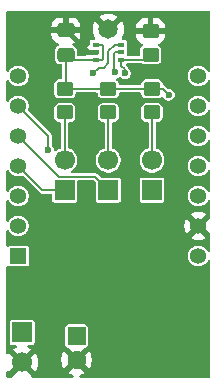
<source format=gbl>
%TF.GenerationSoftware,KiCad,Pcbnew,9.0.4*%
%TF.CreationDate,2025-10-26T13:38:01-07:00*%
%TF.ProjectId,db-collector,64622d63-6f6c-46c6-9563-746f722e6b69,rev?*%
%TF.SameCoordinates,Original*%
%TF.FileFunction,Copper,L2,Bot*%
%TF.FilePolarity,Positive*%
%FSLAX46Y46*%
G04 Gerber Fmt 4.6, Leading zero omitted, Abs format (unit mm)*
G04 Created by KiCad (PCBNEW 9.0.4) date 2025-10-26 13:38:01*
%MOMM*%
%LPD*%
G01*
G04 APERTURE LIST*
G04 Aperture macros list*
%AMRoundRect*
0 Rectangle with rounded corners*
0 $1 Rounding radius*
0 $2 $3 $4 $5 $6 $7 $8 $9 X,Y pos of 4 corners*
0 Add a 4 corners polygon primitive as box body*
4,1,4,$2,$3,$4,$5,$6,$7,$8,$9,$2,$3,0*
0 Add four circle primitives for the rounded corners*
1,1,$1+$1,$2,$3*
1,1,$1+$1,$4,$5*
1,1,$1+$1,$6,$7*
1,1,$1+$1,$8,$9*
0 Add four rect primitives between the rounded corners*
20,1,$1+$1,$2,$3,$4,$5,0*
20,1,$1+$1,$4,$5,$6,$7,0*
20,1,$1+$1,$6,$7,$8,$9,0*
20,1,$1+$1,$8,$9,$2,$3,0*%
G04 Aperture macros list end*
%TA.AperFunction,ComponentPad*%
%ADD10C,1.358000*%
%TD*%
%TA.AperFunction,ComponentPad*%
%ADD11R,1.358000X1.358000*%
%TD*%
%TA.AperFunction,ComponentPad*%
%ADD12C,1.700000*%
%TD*%
%TA.AperFunction,ComponentPad*%
%ADD13R,1.700000X1.700000*%
%TD*%
%TA.AperFunction,ComponentPad*%
%ADD14RoundRect,0.250000X-0.550000X0.550000X-0.550000X-0.550000X0.550000X-0.550000X0.550000X0.550000X0*%
%TD*%
%TA.AperFunction,ComponentPad*%
%ADD15C,1.600000*%
%TD*%
%TA.AperFunction,SMDPad,CuDef*%
%ADD16RoundRect,0.250000X0.450000X-0.350000X0.450000X0.350000X-0.450000X0.350000X-0.450000X-0.350000X0*%
%TD*%
%TA.AperFunction,SMDPad,CuDef*%
%ADD17RoundRect,0.250000X0.475000X-0.337500X0.475000X0.337500X-0.475000X0.337500X-0.475000X-0.337500X0*%
%TD*%
%TA.AperFunction,SMDPad,CuDef*%
%ADD18RoundRect,0.250000X-0.450000X0.350000X-0.450000X-0.350000X0.450000X-0.350000X0.450000X0.350000X0*%
%TD*%
%TA.AperFunction,SMDPad,CuDef*%
%ADD19R,0.600000X0.400000*%
%TD*%
%TA.AperFunction,ComponentPad*%
%ADD20C,1.650000*%
%TD*%
%TA.AperFunction,ViaPad*%
%ADD21C,0.600000*%
%TD*%
%TA.AperFunction,Conductor*%
%ADD22C,0.200000*%
%TD*%
%TA.AperFunction,Conductor*%
%ADD23C,0.400000*%
%TD*%
G04 APERTURE END LIST*
D10*
%TO.P,U1,14,VUSB*%
%TO.N,unconnected-(U1-VUSB-Pad14)*%
X147420000Y-83956500D03*
%TO.P,U1,13,GND*%
%TO.N,GND*%
X147420000Y-81416500D03*
%TO.P,U1,12,VCC_3V3*%
%TO.N,+3.3V*%
X147420000Y-78876500D03*
%TO.P,U1,11,D10*%
%TO.N,unconnected-(U1-D10-Pad11)*%
X147420000Y-76336500D03*
%TO.P,U1,10,D9*%
%TO.N,unconnected-(U1-D9-Pad10)*%
X147420000Y-73796500D03*
%TO.P,U1,9,D8*%
%TO.N,unconnected-(U1-D8-Pad9)*%
X147420000Y-71256500D03*
%TO.P,U1,8,RX_D7*%
%TO.N,unconnected-(U1-RX_D7-Pad8)*%
X147420000Y-68716500D03*
%TO.P,U1,7,TX_D6*%
%TO.N,unconnected-(U1-TX_D6-Pad7)*%
X132180000Y-68716500D03*
%TO.P,U1,6,D5*%
%TO.N,Net-(D3-K)*%
X132180000Y-71256500D03*
%TO.P,U1,5,D4*%
%TO.N,Net-(D2-K)*%
X132180000Y-73796500D03*
%TO.P,U1,4,D3*%
%TO.N,Net-(D1-K)*%
X132180000Y-76336500D03*
%TO.P,U1,3,D2*%
%TO.N,/WS*%
X132180000Y-78876500D03*
%TO.P,U1,2,D1*%
%TO.N,/SCK*%
X132180000Y-81416500D03*
D11*
%TO.P,U1,1,D0*%
%TO.N,/SD*%
X132180000Y-83956500D03*
%TD*%
D12*
%TO.P,J1,2,Pin_2*%
%TO.N,GND*%
X132500000Y-92965000D03*
D13*
%TO.P,J1,1,Pin_1*%
%TO.N,+BATT*%
X132500000Y-90425000D03*
%TD*%
D14*
%TO.P,C10,1*%
%TO.N,+BATT*%
X137100000Y-90744888D03*
D15*
%TO.P,C10,2*%
%TO.N,GND*%
X137100000Y-92744888D03*
%TD*%
D16*
%TO.P,R1,1*%
%TO.N,/SD*%
X143367562Y-66922500D03*
%TO.P,R1,2*%
%TO.N,GND*%
X143367562Y-64922500D03*
%TD*%
D17*
%TO.P,C3,2*%
%TO.N,GND*%
X136200000Y-64855000D03*
%TO.P,C3,1*%
%TO.N,+3.3V*%
X136200000Y-66930000D03*
%TD*%
D13*
%TO.P,D3,1,K*%
%TO.N,Net-(D3-K)*%
X143500000Y-78375000D03*
D12*
%TO.P,D3,2,A*%
%TO.N,Net-(D3-A)*%
X143500000Y-75835000D03*
%TD*%
D18*
%TO.P,R2,1*%
%TO.N,+3.3V*%
X143500000Y-69800000D03*
%TO.P,R2,2*%
%TO.N,Net-(D3-A)*%
X143500000Y-71800000D03*
%TD*%
D13*
%TO.P,D2,1,K*%
%TO.N,Net-(D2-K)*%
X139800000Y-78375000D03*
D12*
%TO.P,D2,2,A*%
%TO.N,Net-(D2-A)*%
X139800000Y-75835000D03*
%TD*%
D18*
%TO.P,R3,1*%
%TO.N,+3.3V*%
X139800000Y-69800000D03*
%TO.P,R3,2*%
%TO.N,Net-(D2-A)*%
X139800000Y-71800000D03*
%TD*%
D13*
%TO.P,D1,1,K*%
%TO.N,Net-(D1-K)*%
X136100000Y-78375000D03*
D12*
%TO.P,D1,2,A*%
%TO.N,Net-(D1-A)*%
X136100000Y-75835000D03*
%TD*%
D18*
%TO.P,R4,1*%
%TO.N,+3.3V*%
X136100000Y-69800000D03*
%TO.P,R4,2*%
%TO.N,Net-(D1-A)*%
X136100000Y-71800000D03*
%TD*%
D19*
%TO.P,IC1,1,LR*%
%TO.N,+3.3V*%
X138725000Y-67347500D03*
%TO.P,IC1,2,CONFIG*%
%TO.N,GND*%
X138725000Y-66697500D03*
%TO.P,IC1,3,VDD*%
%TO.N,+3.3V*%
X138725000Y-66047500D03*
D20*
%TO.P,IC1,4,GND*%
%TO.N,GND*%
X139800000Y-64772500D03*
D19*
%TO.P,IC1,5,WS*%
%TO.N,/WS*%
X140875000Y-66047500D03*
%TO.P,IC1,6,SCK*%
%TO.N,/SCK*%
X140875000Y-66697500D03*
%TO.P,IC1,7,SD*%
%TO.N,/SD*%
X140875000Y-67347500D03*
%TD*%
D21*
%TO.N,GND*%
X147837500Y-89700000D03*
X147200000Y-91650000D03*
X142100000Y-84500000D03*
%TO.N,Net-(D3-K)*%
X134702000Y-75000000D03*
%TO.N,/SD*%
X141200000Y-68500000D03*
%TO.N,/SCK*%
X140400000Y-68400000D03*
%TO.N,/WS*%
X138500000Y-68500000D03*
%TO.N,+3.3V*%
X144900000Y-70300000D03*
%TD*%
D22*
%TO.N,+3.3V*%
X138725000Y-67347500D02*
X139225000Y-67347500D01*
X139326000Y-66148500D02*
X139225000Y-66047500D01*
X139225000Y-66047500D02*
X138725000Y-66047500D01*
X139225000Y-67347500D02*
X139326000Y-67246500D01*
X139326000Y-67246500D02*
X139326000Y-66148500D01*
%TO.N,/SD*%
X140875000Y-67825000D02*
X140875000Y-67347500D01*
X141200000Y-68150000D02*
X140875000Y-67825000D01*
X141200000Y-68500000D02*
X141200000Y-68150000D01*
%TO.N,/WS*%
X139000000Y-68000000D02*
X139400000Y-68000000D01*
X139800000Y-67600000D02*
X139800000Y-66622500D01*
X139400000Y-68000000D02*
X139800000Y-67600000D01*
X140375000Y-66047500D02*
X140875000Y-66047500D01*
X138500000Y-68500000D02*
X139000000Y-68000000D01*
X139800000Y-66622500D02*
X140375000Y-66047500D01*
%TO.N,/SCK*%
X140400000Y-68400000D02*
X140274000Y-68274000D01*
X140274000Y-66826000D02*
X140379500Y-66720500D01*
X140274000Y-68274000D02*
X140274000Y-66826000D01*
X140379500Y-66720500D02*
X140400000Y-66720500D01*
X140400000Y-66720500D02*
X140423000Y-66697500D01*
X140423000Y-66697500D02*
X140875000Y-66697500D01*
D23*
%TO.N,GND*%
X138725000Y-66697500D02*
X138042500Y-66697500D01*
X138042500Y-66697500D02*
X136200000Y-64855000D01*
D22*
%TO.N,Net-(D3-K)*%
X134702000Y-73778500D02*
X132180000Y-71256500D01*
X134702000Y-75000000D02*
X134702000Y-73778500D01*
%TO.N,Net-(D2-K)*%
X139800000Y-78375000D02*
X138649000Y-77224000D01*
X138649000Y-77224000D02*
X135607500Y-77224000D01*
X135607500Y-77224000D02*
X132180000Y-73796500D01*
%TO.N,Net-(D1-K)*%
X136100000Y-78375000D02*
X134218500Y-78375000D01*
X134218500Y-78375000D02*
X132180000Y-76336500D01*
%TO.N,+3.3V*%
X144400000Y-69800000D02*
X144900000Y-70300000D01*
X143500000Y-69800000D02*
X144400000Y-69800000D01*
X139800000Y-69800000D02*
X143500000Y-69800000D01*
X136100000Y-69800000D02*
X139800000Y-69800000D01*
X136200000Y-66930000D02*
X136200000Y-69700000D01*
X136200000Y-69700000D02*
X136100000Y-69800000D01*
%TO.N,Net-(D3-A)*%
X143500000Y-75835000D02*
X143500000Y-71800000D01*
%TO.N,Net-(D2-A)*%
X139800000Y-75835000D02*
X139800000Y-71800000D01*
%TO.N,Net-(D1-A)*%
X136100000Y-75835000D02*
X136100000Y-71800000D01*
%TO.N,+3.3V*%
X138725000Y-67347500D02*
X136617500Y-67347500D01*
X136617500Y-67347500D02*
X136200000Y-66930000D01*
%TO.N,/SD*%
X140875000Y-67347500D02*
X142942562Y-67347500D01*
X142942562Y-67347500D02*
X143367562Y-66922500D01*
%TD*%
%TA.AperFunction,Conductor*%
%TO.N,GND*%
G36*
X132034075Y-93157993D02*
G01*
X132099901Y-93272007D01*
X132192993Y-93365099D01*
X132307007Y-93430925D01*
X132370590Y-93447962D01*
X131738282Y-94080269D01*
X131740751Y-94111629D01*
X131726387Y-94180006D01*
X131677336Y-94229764D01*
X131617133Y-94245359D01*
X131284500Y-94245359D01*
X131217461Y-94225674D01*
X131171706Y-94172870D01*
X131160500Y-94121359D01*
X131160500Y-93799725D01*
X131180185Y-93732686D01*
X131232989Y-93686931D01*
X131302147Y-93676987D01*
X131365703Y-93706012D01*
X131384702Y-93726714D01*
X131384728Y-93726716D01*
X132017037Y-93094408D01*
X132034075Y-93157993D01*
G37*
%TD.AperFunction*%
%TA.AperFunction,Conductor*%
G36*
X148382539Y-63192685D02*
G01*
X148428294Y-63245489D01*
X148439500Y-63297000D01*
X148439500Y-68256154D01*
X148419815Y-68323193D01*
X148367011Y-68368948D01*
X148297853Y-68378892D01*
X148234297Y-68349867D01*
X148200940Y-68303610D01*
X148199402Y-68299897D01*
X148103156Y-68155855D01*
X148103150Y-68155847D01*
X147980652Y-68033349D01*
X147980644Y-68033343D01*
X147836601Y-67937097D01*
X147676541Y-67870798D01*
X147676533Y-67870796D01*
X147506627Y-67837000D01*
X147506623Y-67837000D01*
X147333377Y-67837000D01*
X147333372Y-67837000D01*
X147163466Y-67870796D01*
X147163458Y-67870798D01*
X147003398Y-67937097D01*
X147003397Y-67937097D01*
X146859355Y-68033343D01*
X146859347Y-68033349D01*
X146736849Y-68155847D01*
X146736843Y-68155855D01*
X146640597Y-68299897D01*
X146640597Y-68299898D01*
X146574298Y-68459958D01*
X146574296Y-68459966D01*
X146540500Y-68629872D01*
X146540500Y-68803127D01*
X146574296Y-68973033D01*
X146574298Y-68973041D01*
X146640597Y-69133101D01*
X146640597Y-69133102D01*
X146736843Y-69277144D01*
X146736849Y-69277152D01*
X146859347Y-69399650D01*
X146859355Y-69399656D01*
X147003398Y-69495902D01*
X147003399Y-69495902D01*
X147003400Y-69495903D01*
X147163459Y-69562202D01*
X147333372Y-69595999D01*
X147333376Y-69596000D01*
X147333377Y-69596000D01*
X147506624Y-69596000D01*
X147506625Y-69595999D01*
X147676541Y-69562202D01*
X147836600Y-69495903D01*
X147836601Y-69495902D01*
X147836602Y-69495902D01*
X147908141Y-69448100D01*
X147980649Y-69399653D01*
X148103153Y-69277149D01*
X148199403Y-69133100D01*
X148200097Y-69131422D01*
X148200939Y-69129393D01*
X148202263Y-69127749D01*
X148202276Y-69127726D01*
X148202280Y-69127728D01*
X148244779Y-69074989D01*
X148311073Y-69052924D01*
X148378773Y-69070203D01*
X148426383Y-69121339D01*
X148439500Y-69176845D01*
X148439500Y-70796154D01*
X148419815Y-70863193D01*
X148367011Y-70908948D01*
X148297853Y-70918892D01*
X148234297Y-70889867D01*
X148200940Y-70843610D01*
X148199402Y-70839897D01*
X148103156Y-70695855D01*
X148103150Y-70695847D01*
X147980652Y-70573349D01*
X147980644Y-70573343D01*
X147836601Y-70477097D01*
X147676541Y-70410798D01*
X147676533Y-70410796D01*
X147506627Y-70377000D01*
X147506623Y-70377000D01*
X147333377Y-70377000D01*
X147333372Y-70377000D01*
X147163466Y-70410796D01*
X147163458Y-70410798D01*
X147003398Y-70477097D01*
X147003397Y-70477097D01*
X146859355Y-70573343D01*
X146859347Y-70573349D01*
X146736849Y-70695847D01*
X146736843Y-70695855D01*
X146640597Y-70839897D01*
X146640597Y-70839898D01*
X146574298Y-70999958D01*
X146574296Y-70999966D01*
X146540500Y-71169872D01*
X146540500Y-71343127D01*
X146574296Y-71513033D01*
X146574298Y-71513041D01*
X146640597Y-71673101D01*
X146640597Y-71673102D01*
X146736843Y-71817144D01*
X146736849Y-71817152D01*
X146859347Y-71939650D01*
X146859355Y-71939656D01*
X147003398Y-72035902D01*
X147003399Y-72035902D01*
X147003400Y-72035903D01*
X147163459Y-72102202D01*
X147333372Y-72135999D01*
X147333376Y-72136000D01*
X147333377Y-72136000D01*
X147506624Y-72136000D01*
X147506625Y-72135999D01*
X147676541Y-72102202D01*
X147836600Y-72035903D01*
X147836601Y-72035902D01*
X147836602Y-72035902D01*
X147908141Y-71988100D01*
X147980649Y-71939653D01*
X148103153Y-71817149D01*
X148199403Y-71673100D01*
X148200097Y-71671422D01*
X148200939Y-71669393D01*
X148202263Y-71667749D01*
X148202276Y-71667726D01*
X148202280Y-71667728D01*
X148244779Y-71614989D01*
X148311073Y-71592924D01*
X148378773Y-71610203D01*
X148426383Y-71661339D01*
X148439500Y-71716845D01*
X148439500Y-73336154D01*
X148419815Y-73403193D01*
X148367011Y-73448948D01*
X148297853Y-73458892D01*
X148234297Y-73429867D01*
X148200940Y-73383610D01*
X148199402Y-73379897D01*
X148103156Y-73235855D01*
X148103150Y-73235847D01*
X147980652Y-73113349D01*
X147980644Y-73113343D01*
X147836601Y-73017097D01*
X147676541Y-72950798D01*
X147676533Y-72950796D01*
X147506627Y-72917000D01*
X147506623Y-72917000D01*
X147333377Y-72917000D01*
X147333372Y-72917000D01*
X147163466Y-72950796D01*
X147163458Y-72950798D01*
X147003398Y-73017097D01*
X147003397Y-73017097D01*
X146859355Y-73113343D01*
X146859347Y-73113349D01*
X146736849Y-73235847D01*
X146736843Y-73235855D01*
X146640597Y-73379897D01*
X146640597Y-73379898D01*
X146574298Y-73539958D01*
X146574296Y-73539966D01*
X146540500Y-73709872D01*
X146540500Y-73883127D01*
X146574296Y-74053033D01*
X146574298Y-74053041D01*
X146640597Y-74213101D01*
X146640597Y-74213102D01*
X146736843Y-74357144D01*
X146736849Y-74357152D01*
X146859347Y-74479650D01*
X146859355Y-74479656D01*
X147003398Y-74575902D01*
X147003399Y-74575902D01*
X147003400Y-74575903D01*
X147163459Y-74642202D01*
X147333372Y-74675999D01*
X147333376Y-74676000D01*
X147333377Y-74676000D01*
X147506624Y-74676000D01*
X147506625Y-74675999D01*
X147676541Y-74642202D01*
X147836600Y-74575903D01*
X147836601Y-74575902D01*
X147836602Y-74575902D01*
X147908141Y-74528100D01*
X147980649Y-74479653D01*
X148103153Y-74357149D01*
X148199403Y-74213100D01*
X148200097Y-74211422D01*
X148200939Y-74209393D01*
X148202263Y-74207749D01*
X148202276Y-74207726D01*
X148202280Y-74207728D01*
X148244779Y-74154989D01*
X148311073Y-74132924D01*
X148378773Y-74150203D01*
X148426383Y-74201339D01*
X148439500Y-74256845D01*
X148439500Y-75876154D01*
X148419815Y-75943193D01*
X148367011Y-75988948D01*
X148297853Y-75998892D01*
X148234297Y-75969867D01*
X148200940Y-75923610D01*
X148199402Y-75919897D01*
X148103156Y-75775855D01*
X148103150Y-75775847D01*
X147980652Y-75653349D01*
X147980644Y-75653343D01*
X147836601Y-75557097D01*
X147676541Y-75490798D01*
X147676533Y-75490796D01*
X147506627Y-75457000D01*
X147506623Y-75457000D01*
X147333377Y-75457000D01*
X147333372Y-75457000D01*
X147163466Y-75490796D01*
X147163458Y-75490798D01*
X147003398Y-75557097D01*
X147003397Y-75557097D01*
X146859355Y-75653343D01*
X146859347Y-75653349D01*
X146736849Y-75775847D01*
X146736843Y-75775855D01*
X146640597Y-75919897D01*
X146640597Y-75919898D01*
X146574298Y-76079958D01*
X146574296Y-76079966D01*
X146540500Y-76249872D01*
X146540500Y-76423127D01*
X146574296Y-76593033D01*
X146574298Y-76593041D01*
X146640597Y-76753101D01*
X146640597Y-76753102D01*
X146736843Y-76897144D01*
X146736849Y-76897152D01*
X146859347Y-77019650D01*
X146859355Y-77019656D01*
X147003398Y-77115902D01*
X147003399Y-77115902D01*
X147003400Y-77115903D01*
X147163459Y-77182202D01*
X147333372Y-77215999D01*
X147333376Y-77216000D01*
X147333377Y-77216000D01*
X147506624Y-77216000D01*
X147506625Y-77215999D01*
X147676541Y-77182202D01*
X147836600Y-77115903D01*
X147836601Y-77115902D01*
X147836602Y-77115902D01*
X147908141Y-77068100D01*
X147980649Y-77019653D01*
X148103153Y-76897149D01*
X148199403Y-76753100D01*
X148200097Y-76751422D01*
X148200939Y-76749393D01*
X148202263Y-76747749D01*
X148202276Y-76747726D01*
X148202280Y-76747728D01*
X148244779Y-76694989D01*
X148311073Y-76672924D01*
X148378773Y-76690203D01*
X148426383Y-76741339D01*
X148439500Y-76796845D01*
X148439500Y-78416154D01*
X148419815Y-78483193D01*
X148367011Y-78528948D01*
X148297853Y-78538892D01*
X148234297Y-78509867D01*
X148200940Y-78463610D01*
X148199402Y-78459897D01*
X148103156Y-78315855D01*
X148103150Y-78315847D01*
X147980652Y-78193349D01*
X147980644Y-78193343D01*
X147836601Y-78097097D01*
X147676541Y-78030798D01*
X147676533Y-78030796D01*
X147506627Y-77997000D01*
X147506623Y-77997000D01*
X147333377Y-77997000D01*
X147333372Y-77997000D01*
X147163466Y-78030796D01*
X147163458Y-78030798D01*
X147003398Y-78097097D01*
X147003397Y-78097097D01*
X146859355Y-78193343D01*
X146859347Y-78193349D01*
X146736849Y-78315847D01*
X146736843Y-78315855D01*
X146640597Y-78459897D01*
X146640597Y-78459898D01*
X146574298Y-78619958D01*
X146574296Y-78619966D01*
X146540500Y-78789872D01*
X146540500Y-78963127D01*
X146574296Y-79133033D01*
X146574298Y-79133041D01*
X146640597Y-79293101D01*
X146640597Y-79293102D01*
X146736843Y-79437144D01*
X146736849Y-79437152D01*
X146859347Y-79559650D01*
X146859355Y-79559656D01*
X147003398Y-79655902D01*
X147003399Y-79655902D01*
X147003400Y-79655903D01*
X147163459Y-79722202D01*
X147333372Y-79755999D01*
X147333376Y-79756000D01*
X147333377Y-79756000D01*
X147506624Y-79756000D01*
X147506625Y-79755999D01*
X147676541Y-79722202D01*
X147836600Y-79655903D01*
X147836601Y-79655902D01*
X147836602Y-79655902D01*
X147908141Y-79608100D01*
X147980649Y-79559653D01*
X148103153Y-79437149D01*
X148192634Y-79303231D01*
X148199402Y-79293102D01*
X148199403Y-79293099D01*
X148200939Y-79289393D01*
X148202263Y-79287749D01*
X148202276Y-79287726D01*
X148202280Y-79287728D01*
X148244779Y-79234989D01*
X148311073Y-79212924D01*
X148378773Y-79230203D01*
X148426383Y-79281339D01*
X148439500Y-79336845D01*
X148439500Y-80699190D01*
X148419815Y-80766229D01*
X148403181Y-80786871D01*
X147841725Y-81348326D01*
X147816037Y-81252456D01*
X147760084Y-81155544D01*
X147680956Y-81076416D01*
X147584044Y-81020463D01*
X147488172Y-80994774D01*
X148059295Y-80423651D01*
X148037931Y-80408129D01*
X147872583Y-80323879D01*
X147696083Y-80266531D01*
X147512788Y-80237500D01*
X147327212Y-80237500D01*
X147143916Y-80266531D01*
X146967416Y-80323879D01*
X146802065Y-80408131D01*
X146780704Y-80423650D01*
X146780704Y-80423651D01*
X147351828Y-80994774D01*
X147255956Y-81020463D01*
X147159044Y-81076416D01*
X147079916Y-81155544D01*
X147023963Y-81252456D01*
X146998274Y-81348327D01*
X146427150Y-80777204D01*
X146411631Y-80798565D01*
X146327379Y-80963916D01*
X146270031Y-81140416D01*
X146241000Y-81323711D01*
X146241000Y-81509288D01*
X146270031Y-81692583D01*
X146327379Y-81869083D01*
X146411629Y-82034431D01*
X146427151Y-82055794D01*
X146427151Y-82055795D01*
X146998274Y-81484672D01*
X147023963Y-81580544D01*
X147079916Y-81677456D01*
X147159044Y-81756584D01*
X147255956Y-81812537D01*
X147351827Y-81838225D01*
X146780704Y-82409347D01*
X146780704Y-82409348D01*
X146802068Y-82424870D01*
X146967416Y-82509120D01*
X147143916Y-82566468D01*
X147327212Y-82595500D01*
X147512788Y-82595500D01*
X147696083Y-82566468D01*
X147872583Y-82509120D01*
X148037933Y-82424868D01*
X148037940Y-82424864D01*
X148059294Y-82409348D01*
X148059295Y-82409347D01*
X147488173Y-81838225D01*
X147584044Y-81812537D01*
X147680956Y-81756584D01*
X147760084Y-81677456D01*
X147816037Y-81580544D01*
X147841725Y-81484672D01*
X148403181Y-82046128D01*
X148436666Y-82107451D01*
X148439500Y-82133809D01*
X148439500Y-83496154D01*
X148419815Y-83563193D01*
X148367011Y-83608948D01*
X148297853Y-83618892D01*
X148234297Y-83589867D01*
X148200940Y-83543610D01*
X148199402Y-83539897D01*
X148103156Y-83395855D01*
X148103150Y-83395847D01*
X147980652Y-83273349D01*
X147980644Y-83273343D01*
X147836601Y-83177097D01*
X147676541Y-83110798D01*
X147676533Y-83110796D01*
X147506627Y-83077000D01*
X147506623Y-83077000D01*
X147333377Y-83077000D01*
X147333372Y-83077000D01*
X147163466Y-83110796D01*
X147163458Y-83110798D01*
X147003398Y-83177097D01*
X147003397Y-83177097D01*
X146859355Y-83273343D01*
X146859347Y-83273349D01*
X146736849Y-83395847D01*
X146736843Y-83395855D01*
X146640597Y-83539897D01*
X146640597Y-83539898D01*
X146574298Y-83699958D01*
X146574296Y-83699966D01*
X146540500Y-83869872D01*
X146540500Y-84043127D01*
X146574296Y-84213033D01*
X146574298Y-84213041D01*
X146640597Y-84373101D01*
X146640597Y-84373102D01*
X146736843Y-84517144D01*
X146736849Y-84517152D01*
X146859347Y-84639650D01*
X146859355Y-84639656D01*
X147003398Y-84735902D01*
X147003399Y-84735902D01*
X147003400Y-84735903D01*
X147163459Y-84802202D01*
X147274893Y-84824367D01*
X147333372Y-84835999D01*
X147333376Y-84836000D01*
X147333377Y-84836000D01*
X147506624Y-84836000D01*
X147506625Y-84835999D01*
X147676541Y-84802202D01*
X147836600Y-84735903D01*
X147836601Y-84735902D01*
X147836602Y-84735902D01*
X147957309Y-84655248D01*
X147980649Y-84639653D01*
X148103153Y-84517149D01*
X148199403Y-84373100D01*
X148200097Y-84371422D01*
X148200939Y-84369393D01*
X148202263Y-84367749D01*
X148202276Y-84367726D01*
X148202280Y-84367728D01*
X148244779Y-84314989D01*
X148311073Y-84292924D01*
X148378773Y-84310203D01*
X148426383Y-84361339D01*
X148439500Y-84416845D01*
X148439500Y-94121359D01*
X148419815Y-94188398D01*
X148367011Y-94234153D01*
X148315500Y-94245359D01*
X137471820Y-94245359D01*
X137404781Y-94225674D01*
X137359026Y-94172870D01*
X137349082Y-94103712D01*
X137378107Y-94040156D01*
X137433501Y-94003428D01*
X137599031Y-93949643D01*
X137781349Y-93856747D01*
X137825921Y-93824362D01*
X137146447Y-93144888D01*
X137152661Y-93144888D01*
X137254394Y-93117629D01*
X137345606Y-93064968D01*
X137420080Y-92990494D01*
X137472741Y-92899282D01*
X137500000Y-92797549D01*
X137500000Y-92791335D01*
X138179474Y-93470809D01*
X138211859Y-93426237D01*
X138304755Y-93243919D01*
X138367990Y-93049305D01*
X138400000Y-92847205D01*
X138400000Y-92642570D01*
X138367990Y-92440470D01*
X138304755Y-92245856D01*
X138211859Y-92063538D01*
X138179474Y-92018965D01*
X138179474Y-92018964D01*
X137500000Y-92698439D01*
X137500000Y-92692227D01*
X137472741Y-92590494D01*
X137420080Y-92499282D01*
X137345606Y-92424808D01*
X137254394Y-92372147D01*
X137152661Y-92344888D01*
X137146447Y-92344888D01*
X137736377Y-91754956D01*
X137783101Y-91725597D01*
X137862882Y-91697681D01*
X137972150Y-91617038D01*
X138052793Y-91507770D01*
X138083662Y-91419552D01*
X138097646Y-91379589D01*
X138097646Y-91379587D01*
X138100500Y-91349157D01*
X138100500Y-90140618D01*
X138097646Y-90110188D01*
X138097646Y-90110186D01*
X138052793Y-89982007D01*
X138052792Y-89982005D01*
X137972150Y-89872738D01*
X137862882Y-89792095D01*
X137862880Y-89792094D01*
X137734700Y-89747241D01*
X137704270Y-89744388D01*
X137704266Y-89744388D01*
X136495734Y-89744388D01*
X136495730Y-89744388D01*
X136465300Y-89747241D01*
X136465298Y-89747241D01*
X136337119Y-89792094D01*
X136337117Y-89792095D01*
X136227850Y-89872738D01*
X136147207Y-89982005D01*
X136147206Y-89982007D01*
X136102353Y-90110186D01*
X136102353Y-90110188D01*
X136099500Y-90140618D01*
X136099500Y-91349157D01*
X136102353Y-91379587D01*
X136102353Y-91379589D01*
X136135915Y-91475500D01*
X136147207Y-91507770D01*
X136227850Y-91617038D01*
X136337118Y-91697681D01*
X136416896Y-91725596D01*
X136463621Y-91754956D01*
X137053554Y-92344888D01*
X137047339Y-92344888D01*
X136945606Y-92372147D01*
X136854394Y-92424808D01*
X136779920Y-92499282D01*
X136727259Y-92590494D01*
X136700000Y-92692227D01*
X136700000Y-92698441D01*
X136020524Y-92018965D01*
X136020523Y-92018965D01*
X135988143Y-92063532D01*
X135895244Y-92245856D01*
X135832009Y-92440470D01*
X135800000Y-92642570D01*
X135800000Y-92847205D01*
X135832009Y-93049305D01*
X135895244Y-93243919D01*
X135988141Y-93426238D01*
X135988147Y-93426247D01*
X136020523Y-93470809D01*
X136020524Y-93470810D01*
X136700000Y-92791334D01*
X136700000Y-92797549D01*
X136727259Y-92899282D01*
X136779920Y-92990494D01*
X136854394Y-93064968D01*
X136945606Y-93117629D01*
X137047339Y-93144888D01*
X137053553Y-93144888D01*
X136374076Y-93824362D01*
X136418650Y-93856747D01*
X136600968Y-93949643D01*
X136766499Y-94003428D01*
X136824174Y-94042866D01*
X136851372Y-94107225D01*
X136839457Y-94176071D01*
X136792213Y-94227547D01*
X136728180Y-94245359D01*
X133382867Y-94245359D01*
X133315828Y-94225674D01*
X133270073Y-94172870D01*
X133259249Y-94111630D01*
X133261717Y-94080270D01*
X132629408Y-93447962D01*
X132692993Y-93430925D01*
X132807007Y-93365099D01*
X132900099Y-93272007D01*
X132965925Y-93157993D01*
X132982962Y-93094408D01*
X133615270Y-93726717D01*
X133615270Y-93726716D01*
X133654622Y-93672554D01*
X133751095Y-93483217D01*
X133816757Y-93281130D01*
X133816757Y-93281127D01*
X133850000Y-93071246D01*
X133850000Y-92858753D01*
X133818061Y-92657102D01*
X133818060Y-92657099D01*
X133816756Y-92648867D01*
X133751095Y-92446782D01*
X133654624Y-92257449D01*
X133615270Y-92203282D01*
X133615269Y-92203282D01*
X132982962Y-92835590D01*
X132965925Y-92772007D01*
X132900099Y-92657993D01*
X132807007Y-92564901D01*
X132692993Y-92499075D01*
X132629409Y-92482037D01*
X133261716Y-91849728D01*
X133207550Y-91810375D01*
X133013879Y-91711694D01*
X133014396Y-91710678D01*
X132964192Y-91670221D01*
X132942127Y-91603927D01*
X132959406Y-91536228D01*
X133010542Y-91488617D01*
X133066048Y-91475500D01*
X133369750Y-91475500D01*
X133369751Y-91475499D01*
X133384568Y-91472552D01*
X133428229Y-91463868D01*
X133428229Y-91463867D01*
X133428231Y-91463867D01*
X133494552Y-91419552D01*
X133538867Y-91353231D01*
X133538867Y-91353229D01*
X133538868Y-91353229D01*
X133550499Y-91294752D01*
X133550500Y-91294750D01*
X133550500Y-89555249D01*
X133550499Y-89555247D01*
X133538868Y-89496770D01*
X133538867Y-89496769D01*
X133494552Y-89430447D01*
X133428230Y-89386132D01*
X133428229Y-89386131D01*
X133369752Y-89374500D01*
X133369748Y-89374500D01*
X131630252Y-89374500D01*
X131630247Y-89374500D01*
X131571770Y-89386131D01*
X131571769Y-89386132D01*
X131505447Y-89430447D01*
X131461132Y-89496769D01*
X131461131Y-89496770D01*
X131449500Y-89555247D01*
X131449500Y-91294752D01*
X131461131Y-91353229D01*
X131461132Y-91353230D01*
X131505447Y-91419552D01*
X131571769Y-91463867D01*
X131571770Y-91463868D01*
X131630247Y-91475499D01*
X131630250Y-91475500D01*
X131933952Y-91475500D01*
X132000991Y-91495185D01*
X132046746Y-91547989D01*
X132056690Y-91617147D01*
X132027665Y-91680703D01*
X131985735Y-91710938D01*
X131986121Y-91711694D01*
X131792439Y-91810380D01*
X131738282Y-91849727D01*
X131738282Y-91849728D01*
X132370591Y-92482037D01*
X132307007Y-92499075D01*
X132192993Y-92564901D01*
X132099901Y-92657993D01*
X132034075Y-92772007D01*
X132017037Y-92835591D01*
X131384728Y-92203282D01*
X131384648Y-92203288D01*
X131329489Y-92245823D01*
X131259876Y-92251802D01*
X131198080Y-92219197D01*
X131163723Y-92158359D01*
X131160500Y-92130272D01*
X131160500Y-84881111D01*
X131180185Y-84814072D01*
X131232989Y-84768317D01*
X131302147Y-84758373D01*
X131353392Y-84778010D01*
X131422768Y-84824367D01*
X131422770Y-84824368D01*
X131481247Y-84835999D01*
X131481250Y-84836000D01*
X131481252Y-84836000D01*
X132878750Y-84836000D01*
X132878751Y-84835999D01*
X132893568Y-84833052D01*
X132937229Y-84824368D01*
X132937229Y-84824367D01*
X132937231Y-84824367D01*
X133003552Y-84780052D01*
X133047867Y-84713731D01*
X133047867Y-84713729D01*
X133047868Y-84713729D01*
X133059499Y-84655252D01*
X133059500Y-84655250D01*
X133059500Y-83257749D01*
X133059499Y-83257747D01*
X133047868Y-83199270D01*
X133047867Y-83199269D01*
X133003552Y-83132947D01*
X132937230Y-83088632D01*
X132937229Y-83088631D01*
X132878752Y-83077000D01*
X132878748Y-83077000D01*
X131481252Y-83077000D01*
X131481247Y-83077000D01*
X131422770Y-83088631D01*
X131422769Y-83088632D01*
X131353391Y-83134990D01*
X131286714Y-83155868D01*
X131219334Y-83137384D01*
X131172643Y-83085405D01*
X131160500Y-83031888D01*
X131160500Y-81876845D01*
X131180185Y-81809806D01*
X131232989Y-81764051D01*
X131302147Y-81754107D01*
X131365703Y-81783132D01*
X131399061Y-81829393D01*
X131400596Y-81833099D01*
X131400597Y-81833102D01*
X131496843Y-81977144D01*
X131496849Y-81977152D01*
X131619347Y-82099650D01*
X131619355Y-82099656D01*
X131763398Y-82195902D01*
X131763399Y-82195902D01*
X131763400Y-82195903D01*
X131923459Y-82262202D01*
X132093372Y-82295999D01*
X132093376Y-82296000D01*
X132093377Y-82296000D01*
X132266624Y-82296000D01*
X132266625Y-82295999D01*
X132436541Y-82262202D01*
X132596600Y-82195903D01*
X132596601Y-82195902D01*
X132596602Y-82195902D01*
X132728978Y-82107451D01*
X132740649Y-82099653D01*
X132863153Y-81977149D01*
X132935360Y-81869083D01*
X132959402Y-81833102D01*
X132959402Y-81833101D01*
X132959403Y-81833100D01*
X133025702Y-81673041D01*
X133059500Y-81503123D01*
X133059500Y-81329877D01*
X133025702Y-81159959D01*
X132959403Y-80999900D01*
X132959402Y-80999898D01*
X132959402Y-80999897D01*
X132863156Y-80855855D01*
X132863150Y-80855847D01*
X132740652Y-80733349D01*
X132740644Y-80733343D01*
X132596602Y-80637097D01*
X132498710Y-80596549D01*
X132436541Y-80570798D01*
X132436533Y-80570796D01*
X132266627Y-80537000D01*
X132266623Y-80537000D01*
X132093377Y-80537000D01*
X132093372Y-80537000D01*
X131923466Y-80570796D01*
X131923458Y-80570798D01*
X131763398Y-80637097D01*
X131763397Y-80637097D01*
X131619355Y-80733343D01*
X131619347Y-80733349D01*
X131496849Y-80855847D01*
X131496843Y-80855855D01*
X131400597Y-80999897D01*
X131399060Y-81003610D01*
X131397733Y-81005255D01*
X131397724Y-81005274D01*
X131397720Y-81005272D01*
X131355217Y-81058012D01*
X131288922Y-81080075D01*
X131221223Y-81062794D01*
X131173614Y-81011655D01*
X131160500Y-80956154D01*
X131160500Y-79336845D01*
X131180185Y-79269806D01*
X131232989Y-79224051D01*
X131302147Y-79214107D01*
X131365703Y-79243132D01*
X131399061Y-79289393D01*
X131400596Y-79293099D01*
X131400597Y-79293102D01*
X131496843Y-79437144D01*
X131496849Y-79437152D01*
X131619347Y-79559650D01*
X131619355Y-79559656D01*
X131763398Y-79655902D01*
X131763399Y-79655902D01*
X131763400Y-79655903D01*
X131923459Y-79722202D01*
X132093372Y-79755999D01*
X132093376Y-79756000D01*
X132093377Y-79756000D01*
X132266624Y-79756000D01*
X132266625Y-79755999D01*
X132436541Y-79722202D01*
X132596600Y-79655903D01*
X132596601Y-79655902D01*
X132596602Y-79655902D01*
X132668141Y-79608100D01*
X132740649Y-79559653D01*
X132863153Y-79437149D01*
X132952634Y-79303231D01*
X132959402Y-79293102D01*
X132959402Y-79293101D01*
X132959403Y-79293100D01*
X133025702Y-79133041D01*
X133059500Y-78963123D01*
X133059500Y-78789877D01*
X133025702Y-78619959D01*
X132959403Y-78459900D01*
X132959402Y-78459898D01*
X132959402Y-78459897D01*
X132863156Y-78315855D01*
X132863150Y-78315847D01*
X132740652Y-78193349D01*
X132740644Y-78193343D01*
X132596601Y-78097097D01*
X132436541Y-78030798D01*
X132436533Y-78030796D01*
X132266627Y-77997000D01*
X132266623Y-77997000D01*
X132093377Y-77997000D01*
X132093372Y-77997000D01*
X131923466Y-78030796D01*
X131923458Y-78030798D01*
X131763398Y-78097097D01*
X131763397Y-78097097D01*
X131619355Y-78193343D01*
X131619347Y-78193349D01*
X131496849Y-78315847D01*
X131496843Y-78315855D01*
X131400597Y-78459897D01*
X131399060Y-78463610D01*
X131397733Y-78465255D01*
X131397724Y-78465274D01*
X131397720Y-78465272D01*
X131355217Y-78518012D01*
X131288922Y-78540075D01*
X131221223Y-78522794D01*
X131173614Y-78471655D01*
X131160500Y-78416154D01*
X131160500Y-76796845D01*
X131180185Y-76729806D01*
X131232989Y-76684051D01*
X131302147Y-76674107D01*
X131365703Y-76703132D01*
X131399061Y-76749393D01*
X131400596Y-76753099D01*
X131400597Y-76753102D01*
X131496843Y-76897144D01*
X131496849Y-76897152D01*
X131619347Y-77019650D01*
X131619355Y-77019656D01*
X131763398Y-77115902D01*
X131763399Y-77115902D01*
X131763400Y-77115903D01*
X131923459Y-77182202D01*
X132093372Y-77215999D01*
X132093376Y-77216000D01*
X132093377Y-77216000D01*
X132266624Y-77216000D01*
X132266625Y-77215999D01*
X132436541Y-77182202D01*
X132476092Y-77165818D01*
X132545561Y-77158349D01*
X132608040Y-77189623D01*
X132611227Y-77192698D01*
X133978040Y-78559511D01*
X134033989Y-78615460D01*
X134033991Y-78615461D01*
X134033995Y-78615464D01*
X134102504Y-78655017D01*
X134102511Y-78655021D01*
X134178938Y-78675500D01*
X134258062Y-78675500D01*
X134925500Y-78675500D01*
X134992539Y-78695185D01*
X135038294Y-78747989D01*
X135049500Y-78799500D01*
X135049500Y-79244752D01*
X135061131Y-79303229D01*
X135061132Y-79303230D01*
X135105447Y-79369552D01*
X135171769Y-79413867D01*
X135171770Y-79413868D01*
X135230247Y-79425499D01*
X135230250Y-79425500D01*
X135230252Y-79425500D01*
X136969750Y-79425500D01*
X136969751Y-79425499D01*
X136984568Y-79422552D01*
X137028229Y-79413868D01*
X137028229Y-79413867D01*
X137028231Y-79413867D01*
X137094552Y-79369552D01*
X137138867Y-79303231D01*
X137138867Y-79303229D01*
X137138868Y-79303229D01*
X137150499Y-79244752D01*
X137150500Y-79244750D01*
X137150500Y-77648500D01*
X137170185Y-77581461D01*
X137222989Y-77535706D01*
X137274500Y-77524500D01*
X138473167Y-77524500D01*
X138502607Y-77533144D01*
X138532594Y-77539668D01*
X138537609Y-77543422D01*
X138540206Y-77544185D01*
X138560848Y-77560819D01*
X138713181Y-77713152D01*
X138746666Y-77774475D01*
X138749500Y-77800833D01*
X138749500Y-79244752D01*
X138761131Y-79303229D01*
X138761132Y-79303230D01*
X138805447Y-79369552D01*
X138871769Y-79413867D01*
X138871770Y-79413868D01*
X138930247Y-79425499D01*
X138930250Y-79425500D01*
X138930252Y-79425500D01*
X140669750Y-79425500D01*
X140669751Y-79425499D01*
X140684568Y-79422552D01*
X140728229Y-79413868D01*
X140728229Y-79413867D01*
X140728231Y-79413867D01*
X140794552Y-79369552D01*
X140838867Y-79303231D01*
X140838867Y-79303229D01*
X140838868Y-79303229D01*
X140850499Y-79244752D01*
X140850500Y-79244750D01*
X140850500Y-77505249D01*
X140850499Y-77505247D01*
X142449500Y-77505247D01*
X142449500Y-79244752D01*
X142461131Y-79303229D01*
X142461132Y-79303230D01*
X142505447Y-79369552D01*
X142571769Y-79413867D01*
X142571770Y-79413868D01*
X142630247Y-79425499D01*
X142630250Y-79425500D01*
X142630252Y-79425500D01*
X144369750Y-79425500D01*
X144369751Y-79425499D01*
X144384568Y-79422552D01*
X144428229Y-79413868D01*
X144428229Y-79413867D01*
X144428231Y-79413867D01*
X144494552Y-79369552D01*
X144538867Y-79303231D01*
X144538867Y-79303229D01*
X144538868Y-79303229D01*
X144550499Y-79244752D01*
X144550500Y-79244750D01*
X144550500Y-77505249D01*
X144550499Y-77505247D01*
X144538868Y-77446770D01*
X144538867Y-77446769D01*
X144494552Y-77380447D01*
X144428230Y-77336132D01*
X144428229Y-77336131D01*
X144369752Y-77324500D01*
X144369748Y-77324500D01*
X142630252Y-77324500D01*
X142630247Y-77324500D01*
X142571770Y-77336131D01*
X142571769Y-77336132D01*
X142505447Y-77380447D01*
X142461132Y-77446769D01*
X142461131Y-77446770D01*
X142449500Y-77505247D01*
X140850499Y-77505247D01*
X140838868Y-77446770D01*
X140838867Y-77446769D01*
X140794552Y-77380447D01*
X140728230Y-77336132D01*
X140728229Y-77336131D01*
X140669752Y-77324500D01*
X140669748Y-77324500D01*
X139225833Y-77324500D01*
X139158794Y-77304815D01*
X139138152Y-77288181D01*
X138833512Y-76983541D01*
X138833504Y-76983535D01*
X138764995Y-76943982D01*
X138764990Y-76943979D01*
X138739513Y-76937152D01*
X138688562Y-76923500D01*
X138688560Y-76923500D01*
X136770568Y-76923500D01*
X136703529Y-76903815D01*
X136657774Y-76851011D01*
X136647830Y-76781853D01*
X136676855Y-76718297D01*
X136701675Y-76696398D01*
X136769655Y-76650977D01*
X136915977Y-76504655D01*
X137030941Y-76332598D01*
X137110130Y-76141420D01*
X137150500Y-75938465D01*
X137150500Y-75731535D01*
X137150499Y-75731530D01*
X138749500Y-75731530D01*
X138749500Y-75938469D01*
X138789868Y-76141412D01*
X138789870Y-76141420D01*
X138869058Y-76332596D01*
X138984024Y-76504657D01*
X139130342Y-76650975D01*
X139130345Y-76650977D01*
X139302402Y-76765941D01*
X139493580Y-76845130D01*
X139696530Y-76885499D01*
X139696534Y-76885500D01*
X139696535Y-76885500D01*
X139903466Y-76885500D01*
X139903467Y-76885499D01*
X140106420Y-76845130D01*
X140297598Y-76765941D01*
X140469655Y-76650977D01*
X140615977Y-76504655D01*
X140730941Y-76332598D01*
X140810130Y-76141420D01*
X140850500Y-75938465D01*
X140850500Y-75731535D01*
X140850499Y-75731530D01*
X142449500Y-75731530D01*
X142449500Y-75938469D01*
X142489868Y-76141412D01*
X142489870Y-76141420D01*
X142569058Y-76332596D01*
X142684024Y-76504657D01*
X142830342Y-76650975D01*
X142830345Y-76650977D01*
X143002402Y-76765941D01*
X143193580Y-76845130D01*
X143396530Y-76885499D01*
X143396534Y-76885500D01*
X143396535Y-76885500D01*
X143603466Y-76885500D01*
X143603467Y-76885499D01*
X143806420Y-76845130D01*
X143997598Y-76765941D01*
X144169655Y-76650977D01*
X144315977Y-76504655D01*
X144430941Y-76332598D01*
X144510130Y-76141420D01*
X144550500Y-75938465D01*
X144550500Y-75731535D01*
X144510130Y-75528580D01*
X144430941Y-75337402D01*
X144315977Y-75165345D01*
X144315975Y-75165342D01*
X144169657Y-75019024D01*
X143997595Y-74904057D01*
X143877047Y-74854124D01*
X143822643Y-74810282D01*
X143800579Y-74743988D01*
X143800500Y-74739563D01*
X143800500Y-72724500D01*
X143820185Y-72657461D01*
X143872989Y-72611706D01*
X143924500Y-72600500D01*
X144004270Y-72600500D01*
X144034699Y-72597646D01*
X144034701Y-72597646D01*
X144098790Y-72575219D01*
X144162882Y-72552793D01*
X144272150Y-72472150D01*
X144352793Y-72362882D01*
X144375219Y-72298790D01*
X144397646Y-72234701D01*
X144397646Y-72234699D01*
X144400500Y-72204269D01*
X144400500Y-71395730D01*
X144397646Y-71365300D01*
X144397646Y-71365298D01*
X144352793Y-71237119D01*
X144352792Y-71237117D01*
X144272150Y-71127850D01*
X144162882Y-71047207D01*
X144162880Y-71047206D01*
X144034700Y-71002353D01*
X144004270Y-70999500D01*
X144004266Y-70999500D01*
X142995734Y-70999500D01*
X142995730Y-70999500D01*
X142965300Y-71002353D01*
X142965298Y-71002353D01*
X142837119Y-71047206D01*
X142837117Y-71047207D01*
X142727850Y-71127850D01*
X142647207Y-71237117D01*
X142647206Y-71237119D01*
X142602353Y-71365298D01*
X142602353Y-71365300D01*
X142599500Y-71395730D01*
X142599500Y-72204269D01*
X142602353Y-72234699D01*
X142602353Y-72234701D01*
X142647206Y-72362880D01*
X142647207Y-72362882D01*
X142727850Y-72472150D01*
X142837118Y-72552793D01*
X142879845Y-72567744D01*
X142965299Y-72597646D01*
X142995730Y-72600500D01*
X142995734Y-72600500D01*
X143075500Y-72600500D01*
X143142539Y-72620185D01*
X143188294Y-72672989D01*
X143199500Y-72724500D01*
X143199500Y-74739563D01*
X143179815Y-74806602D01*
X143127011Y-74852357D01*
X143122953Y-74854124D01*
X143002404Y-74904057D01*
X142830342Y-75019024D01*
X142684024Y-75165342D01*
X142569058Y-75337403D01*
X142489870Y-75528579D01*
X142489868Y-75528587D01*
X142449500Y-75731530D01*
X140850499Y-75731530D01*
X140810130Y-75528580D01*
X140730941Y-75337402D01*
X140615977Y-75165345D01*
X140615975Y-75165342D01*
X140469657Y-75019024D01*
X140297595Y-74904057D01*
X140177047Y-74854124D01*
X140122643Y-74810282D01*
X140100579Y-74743988D01*
X140100500Y-74739563D01*
X140100500Y-72724500D01*
X140120185Y-72657461D01*
X140172989Y-72611706D01*
X140224500Y-72600500D01*
X140304270Y-72600500D01*
X140334699Y-72597646D01*
X140334701Y-72597646D01*
X140398790Y-72575219D01*
X140462882Y-72552793D01*
X140572150Y-72472150D01*
X140652793Y-72362882D01*
X140675219Y-72298790D01*
X140697646Y-72234701D01*
X140697646Y-72234699D01*
X140700500Y-72204269D01*
X140700500Y-71395730D01*
X140697646Y-71365300D01*
X140697646Y-71365298D01*
X140652793Y-71237119D01*
X140652792Y-71237117D01*
X140572150Y-71127850D01*
X140462882Y-71047207D01*
X140462880Y-71047206D01*
X140334700Y-71002353D01*
X140304270Y-70999500D01*
X140304266Y-70999500D01*
X139295734Y-70999500D01*
X139295730Y-70999500D01*
X139265300Y-71002353D01*
X139265298Y-71002353D01*
X139137119Y-71047206D01*
X139137117Y-71047207D01*
X139027850Y-71127850D01*
X138947207Y-71237117D01*
X138947206Y-71237119D01*
X138902353Y-71365298D01*
X138902353Y-71365300D01*
X138899500Y-71395730D01*
X138899500Y-72204269D01*
X138902353Y-72234699D01*
X138902353Y-72234701D01*
X138947206Y-72362880D01*
X138947207Y-72362882D01*
X139027850Y-72472150D01*
X139137118Y-72552793D01*
X139179845Y-72567744D01*
X139265299Y-72597646D01*
X139295730Y-72600500D01*
X139295734Y-72600500D01*
X139375500Y-72600500D01*
X139442539Y-72620185D01*
X139488294Y-72672989D01*
X139499500Y-72724500D01*
X139499500Y-74739563D01*
X139479815Y-74806602D01*
X139427011Y-74852357D01*
X139422953Y-74854124D01*
X139302404Y-74904057D01*
X139130342Y-75019024D01*
X138984024Y-75165342D01*
X138869058Y-75337403D01*
X138789870Y-75528579D01*
X138789868Y-75528587D01*
X138749500Y-75731530D01*
X137150499Y-75731530D01*
X137110130Y-75528580D01*
X137030941Y-75337402D01*
X136915977Y-75165345D01*
X136915975Y-75165342D01*
X136769657Y-75019024D01*
X136597595Y-74904057D01*
X136477047Y-74854124D01*
X136422643Y-74810282D01*
X136400579Y-74743988D01*
X136400500Y-74739563D01*
X136400500Y-72724500D01*
X136420185Y-72657461D01*
X136472989Y-72611706D01*
X136524500Y-72600500D01*
X136604270Y-72600500D01*
X136634699Y-72597646D01*
X136634701Y-72597646D01*
X136698790Y-72575219D01*
X136762882Y-72552793D01*
X136872150Y-72472150D01*
X136952793Y-72362882D01*
X136975219Y-72298790D01*
X136997646Y-72234701D01*
X136997646Y-72234699D01*
X137000500Y-72204269D01*
X137000500Y-71395730D01*
X136997646Y-71365300D01*
X136997646Y-71365298D01*
X136952793Y-71237119D01*
X136952792Y-71237117D01*
X136872150Y-71127850D01*
X136762882Y-71047207D01*
X136762880Y-71047206D01*
X136634700Y-71002353D01*
X136604270Y-70999500D01*
X136604266Y-70999500D01*
X135595734Y-70999500D01*
X135595730Y-70999500D01*
X135565300Y-71002353D01*
X135565298Y-71002353D01*
X135437119Y-71047206D01*
X135437117Y-71047207D01*
X135327850Y-71127850D01*
X135247207Y-71237117D01*
X135247206Y-71237119D01*
X135202353Y-71365298D01*
X135202353Y-71365300D01*
X135199500Y-71395730D01*
X135199500Y-72204269D01*
X135202353Y-72234699D01*
X135202353Y-72234701D01*
X135247206Y-72362880D01*
X135247207Y-72362882D01*
X135327850Y-72472150D01*
X135437118Y-72552793D01*
X135479845Y-72567744D01*
X135565299Y-72597646D01*
X135595730Y-72600500D01*
X135595734Y-72600500D01*
X135675500Y-72600500D01*
X135742539Y-72620185D01*
X135788294Y-72672989D01*
X135799500Y-72724500D01*
X135799500Y-74739563D01*
X135779815Y-74806602D01*
X135727011Y-74852357D01*
X135722953Y-74854124D01*
X135602404Y-74904057D01*
X135430342Y-75019024D01*
X135430341Y-75019025D01*
X135414181Y-75035186D01*
X135352858Y-75068671D01*
X135283166Y-75063687D01*
X135227233Y-75021815D01*
X135202816Y-74956351D01*
X135202500Y-74947505D01*
X135202500Y-74934110D01*
X135202500Y-74934108D01*
X135168392Y-74806814D01*
X135102500Y-74692686D01*
X135038818Y-74629004D01*
X135005334Y-74567680D01*
X135002500Y-74541323D01*
X135002500Y-73738940D01*
X135002499Y-73738935D01*
X134994713Y-73709875D01*
X134982023Y-73662514D01*
X134982022Y-73662513D01*
X134982022Y-73662512D01*
X134942460Y-73593989D01*
X133036198Y-71687727D01*
X133002713Y-71626404D01*
X133007697Y-71556712D01*
X133009319Y-71552591D01*
X133025702Y-71513041D01*
X133059500Y-71343123D01*
X133059500Y-71169877D01*
X133025702Y-70999959D01*
X132959403Y-70839900D01*
X132959402Y-70839898D01*
X132959402Y-70839897D01*
X132863156Y-70695855D01*
X132863150Y-70695847D01*
X132740652Y-70573349D01*
X132740644Y-70573343D01*
X132596601Y-70477097D01*
X132436541Y-70410798D01*
X132436533Y-70410796D01*
X132266627Y-70377000D01*
X132266623Y-70377000D01*
X132093377Y-70377000D01*
X132093372Y-70377000D01*
X131923466Y-70410796D01*
X131923458Y-70410798D01*
X131763398Y-70477097D01*
X131763397Y-70477097D01*
X131619355Y-70573343D01*
X131619347Y-70573349D01*
X131496849Y-70695847D01*
X131496843Y-70695855D01*
X131400597Y-70839897D01*
X131399060Y-70843610D01*
X131397733Y-70845255D01*
X131397724Y-70845274D01*
X131397720Y-70845272D01*
X131355217Y-70898012D01*
X131288922Y-70920075D01*
X131221223Y-70902794D01*
X131173614Y-70851655D01*
X131160500Y-70796154D01*
X131160500Y-69176845D01*
X131180185Y-69109806D01*
X131232989Y-69064051D01*
X131302147Y-69054107D01*
X131365703Y-69083132D01*
X131399061Y-69129393D01*
X131400596Y-69133099D01*
X131400597Y-69133102D01*
X131496843Y-69277144D01*
X131496849Y-69277152D01*
X131619347Y-69399650D01*
X131619355Y-69399656D01*
X131763398Y-69495902D01*
X131763399Y-69495902D01*
X131763400Y-69495903D01*
X131923459Y-69562202D01*
X132093372Y-69595999D01*
X132093376Y-69596000D01*
X132093377Y-69596000D01*
X132266624Y-69596000D01*
X132266625Y-69595999D01*
X132436541Y-69562202D01*
X132596600Y-69495903D01*
X132596601Y-69495902D01*
X132596602Y-69495902D01*
X132668141Y-69448100D01*
X132740649Y-69399653D01*
X132863153Y-69277149D01*
X132959403Y-69133100D01*
X133025702Y-68973041D01*
X133059500Y-68803123D01*
X133059500Y-68629877D01*
X133025702Y-68459959D01*
X132959403Y-68299900D01*
X132959402Y-68299898D01*
X132959402Y-68299897D01*
X132863156Y-68155855D01*
X132863150Y-68155847D01*
X132740652Y-68033349D01*
X132740644Y-68033343D01*
X132596601Y-67937097D01*
X132436541Y-67870798D01*
X132436533Y-67870796D01*
X132266627Y-67837000D01*
X132266623Y-67837000D01*
X132093377Y-67837000D01*
X132093372Y-67837000D01*
X131923466Y-67870796D01*
X131923458Y-67870798D01*
X131763398Y-67937097D01*
X131763397Y-67937097D01*
X131619355Y-68033343D01*
X131619347Y-68033349D01*
X131496849Y-68155847D01*
X131496843Y-68155855D01*
X131400597Y-68299897D01*
X131399060Y-68303610D01*
X131397733Y-68305255D01*
X131397724Y-68305274D01*
X131397720Y-68305272D01*
X131355217Y-68358012D01*
X131288922Y-68380075D01*
X131221223Y-68362794D01*
X131173614Y-68311655D01*
X131160500Y-68256154D01*
X131160500Y-65105000D01*
X134975001Y-65105000D01*
X134975001Y-65242486D01*
X134985494Y-65345197D01*
X135040641Y-65511619D01*
X135040643Y-65511624D01*
X135132684Y-65660845D01*
X135256654Y-65784815D01*
X135405875Y-65876856D01*
X135405882Y-65876859D01*
X135574081Y-65932594D01*
X135631526Y-65972366D01*
X135658350Y-66036882D01*
X135646035Y-66105658D01*
X135598493Y-66156858D01*
X135576035Y-66167341D01*
X135534422Y-66181902D01*
X135512118Y-66189707D01*
X135512117Y-66189707D01*
X135512116Y-66189708D01*
X135402850Y-66270350D01*
X135322207Y-66379617D01*
X135322206Y-66379619D01*
X135277353Y-66507798D01*
X135277353Y-66507800D01*
X135274500Y-66538230D01*
X135274500Y-67321769D01*
X135277353Y-67352199D01*
X135277353Y-67352201D01*
X135322206Y-67480380D01*
X135322207Y-67480382D01*
X135402850Y-67589650D01*
X135512118Y-67670293D01*
X135552202Y-67684319D01*
X135640299Y-67715146D01*
X135670730Y-67718000D01*
X135670734Y-67718000D01*
X135775500Y-67718000D01*
X135842539Y-67737685D01*
X135888294Y-67790489D01*
X135899500Y-67842000D01*
X135899500Y-68875500D01*
X135879815Y-68942539D01*
X135827011Y-68988294D01*
X135775500Y-68999500D01*
X135595730Y-68999500D01*
X135565300Y-69002353D01*
X135565298Y-69002353D01*
X135437119Y-69047206D01*
X135437117Y-69047207D01*
X135327850Y-69127850D01*
X135247207Y-69237117D01*
X135247206Y-69237119D01*
X135202353Y-69365298D01*
X135202353Y-69365300D01*
X135199500Y-69395730D01*
X135199500Y-70204269D01*
X135202353Y-70234699D01*
X135202353Y-70234701D01*
X135247206Y-70362880D01*
X135247207Y-70362882D01*
X135327850Y-70472150D01*
X135437118Y-70552793D01*
X135479845Y-70567744D01*
X135565299Y-70597646D01*
X135595730Y-70600500D01*
X135595734Y-70600500D01*
X136604270Y-70600500D01*
X136634699Y-70597646D01*
X136634701Y-70597646D01*
X136704153Y-70573343D01*
X136762882Y-70552793D01*
X136872150Y-70472150D01*
X136952793Y-70362882D01*
X136975219Y-70298790D01*
X136997646Y-70234701D01*
X136997646Y-70234699D01*
X136999689Y-70212921D01*
X137025547Y-70148013D01*
X137082393Y-70107388D01*
X137123147Y-70100500D01*
X138776853Y-70100500D01*
X138843892Y-70120185D01*
X138889647Y-70172989D01*
X138900311Y-70212921D01*
X138902353Y-70234699D01*
X138902353Y-70234701D01*
X138947206Y-70362880D01*
X138947207Y-70362882D01*
X139027850Y-70472150D01*
X139137118Y-70552793D01*
X139179845Y-70567744D01*
X139265299Y-70597646D01*
X139295730Y-70600500D01*
X139295734Y-70600500D01*
X140304270Y-70600500D01*
X140334699Y-70597646D01*
X140334701Y-70597646D01*
X140404153Y-70573343D01*
X140462882Y-70552793D01*
X140572150Y-70472150D01*
X140652793Y-70362882D01*
X140675219Y-70298790D01*
X140697646Y-70234701D01*
X140697646Y-70234699D01*
X140699689Y-70212921D01*
X140725547Y-70148013D01*
X140782393Y-70107388D01*
X140823147Y-70100500D01*
X142476853Y-70100500D01*
X142543892Y-70120185D01*
X142589647Y-70172989D01*
X142600311Y-70212921D01*
X142602353Y-70234699D01*
X142602353Y-70234701D01*
X142647206Y-70362880D01*
X142647207Y-70362882D01*
X142727850Y-70472150D01*
X142837118Y-70552793D01*
X142879845Y-70567744D01*
X142965299Y-70597646D01*
X142995730Y-70600500D01*
X142995734Y-70600500D01*
X144004270Y-70600500D01*
X144034699Y-70597646D01*
X144034701Y-70597646D01*
X144104153Y-70573343D01*
X144162882Y-70552793D01*
X144265208Y-70477273D01*
X144330835Y-70453303D01*
X144399005Y-70468618D01*
X144446227Y-70515043D01*
X144499500Y-70607314D01*
X144592686Y-70700500D01*
X144706814Y-70766392D01*
X144834108Y-70800500D01*
X144834110Y-70800500D01*
X144965890Y-70800500D01*
X144965892Y-70800500D01*
X145093186Y-70766392D01*
X145207314Y-70700500D01*
X145300500Y-70607314D01*
X145366392Y-70493186D01*
X145400500Y-70365892D01*
X145400500Y-70234108D01*
X145366392Y-70106814D01*
X145300500Y-69992686D01*
X145207314Y-69899500D01*
X145150250Y-69866554D01*
X145093187Y-69833608D01*
X145029539Y-69816554D01*
X144965892Y-69799500D01*
X144875833Y-69799500D01*
X144808794Y-69779815D01*
X144788152Y-69763181D01*
X144584512Y-69559541D01*
X144584504Y-69559535D01*
X144515995Y-69519982D01*
X144515991Y-69519980D01*
X144515989Y-69519979D01*
X144515987Y-69519978D01*
X144515986Y-69519978D01*
X144492404Y-69513659D01*
X144432745Y-69477293D01*
X144402217Y-69414446D01*
X144400895Y-69398617D01*
X144400636Y-69398630D01*
X144400500Y-69395736D01*
X144400499Y-69395730D01*
X144397646Y-69365301D01*
X144397646Y-69365300D01*
X144397646Y-69365298D01*
X144352793Y-69237119D01*
X144352792Y-69237117D01*
X144272150Y-69127850D01*
X144162882Y-69047207D01*
X144162880Y-69047206D01*
X144034700Y-69002353D01*
X144004270Y-68999500D01*
X144004266Y-68999500D01*
X142995734Y-68999500D01*
X142995730Y-68999500D01*
X142965300Y-69002353D01*
X142965298Y-69002353D01*
X142837119Y-69047206D01*
X142837117Y-69047207D01*
X142727850Y-69127850D01*
X142647207Y-69237117D01*
X142647206Y-69237119D01*
X142602353Y-69365298D01*
X142602353Y-69365300D01*
X142600311Y-69387079D01*
X142574453Y-69451987D01*
X142517607Y-69492612D01*
X142476853Y-69499500D01*
X140823147Y-69499500D01*
X140756108Y-69479815D01*
X140710353Y-69427011D01*
X140699689Y-69387079D01*
X140697646Y-69365300D01*
X140697646Y-69365298D01*
X140652793Y-69237119D01*
X140652792Y-69237117D01*
X140572150Y-69127850D01*
X140525022Y-69093068D01*
X140482773Y-69037421D01*
X140477314Y-68967765D01*
X140510382Y-68906216D01*
X140544524Y-68881739D01*
X140555146Y-68876584D01*
X140593186Y-68866392D01*
X140682911Y-68814588D01*
X140686903Y-68812652D01*
X140717138Y-68807580D01*
X140746934Y-68800352D01*
X140751277Y-68801855D01*
X140755811Y-68801095D01*
X140783990Y-68813176D01*
X140812961Y-68823203D01*
X140818701Y-68828058D01*
X140820027Y-68828627D01*
X140820900Y-68829919D01*
X140828717Y-68836531D01*
X140892686Y-68900500D01*
X141006814Y-68966392D01*
X141134108Y-69000500D01*
X141134110Y-69000500D01*
X141265890Y-69000500D01*
X141265892Y-69000500D01*
X141393186Y-68966392D01*
X141507314Y-68900500D01*
X141600500Y-68807314D01*
X141666392Y-68693186D01*
X141700500Y-68565892D01*
X141700500Y-68434108D01*
X141666392Y-68306814D01*
X141662398Y-68299897D01*
X141637143Y-68256154D01*
X141600500Y-68192686D01*
X141517494Y-68109680D01*
X141485401Y-68054091D01*
X141480021Y-68034012D01*
X141480017Y-68034004D01*
X141440464Y-67965495D01*
X141440458Y-67965487D01*
X141334652Y-67859681D01*
X141301167Y-67798358D01*
X141306151Y-67728666D01*
X141348023Y-67672733D01*
X141413487Y-67648316D01*
X141422333Y-67648000D01*
X142626896Y-67648000D01*
X142693935Y-67667685D01*
X142700519Y-67672222D01*
X142704680Y-67675293D01*
X142730475Y-67684319D01*
X142832861Y-67720146D01*
X142863292Y-67723000D01*
X142863296Y-67723000D01*
X143871832Y-67723000D01*
X143902261Y-67720146D01*
X143902263Y-67720146D01*
X143982552Y-67692051D01*
X144030444Y-67675293D01*
X144139712Y-67594650D01*
X144220355Y-67485382D01*
X144242781Y-67421290D01*
X144265208Y-67357201D01*
X144265208Y-67357199D01*
X144268062Y-67326769D01*
X144268062Y-66518230D01*
X144265208Y-66487800D01*
X144265208Y-66487798D01*
X144231028Y-66390120D01*
X144220355Y-66359618D01*
X144139712Y-66250350D01*
X144056958Y-66189275D01*
X144014709Y-66133629D01*
X144009250Y-66063972D01*
X144042318Y-66002423D01*
X144091590Y-65971800D01*
X144136679Y-65956859D01*
X144136686Y-65956856D01*
X144285907Y-65864815D01*
X144409877Y-65740845D01*
X144501918Y-65591624D01*
X144501920Y-65591619D01*
X144557067Y-65425197D01*
X144557068Y-65425190D01*
X144567561Y-65322486D01*
X144567562Y-65322473D01*
X144567562Y-65172500D01*
X142167563Y-65172500D01*
X142167563Y-65322486D01*
X142178056Y-65425197D01*
X142233203Y-65591619D01*
X142233205Y-65591624D01*
X142325246Y-65740845D01*
X142449216Y-65864815D01*
X142598437Y-65956856D01*
X142598442Y-65956858D01*
X142643534Y-65971800D01*
X142700979Y-66011572D01*
X142727802Y-66076088D01*
X142715487Y-66144864D01*
X142678164Y-66189276D01*
X142595412Y-66250350D01*
X142514769Y-66359617D01*
X142514768Y-66359619D01*
X142469915Y-66487798D01*
X142469915Y-66487800D01*
X142467062Y-66518230D01*
X142467062Y-66923000D01*
X142447377Y-66990039D01*
X142394573Y-67035794D01*
X142343062Y-67047000D01*
X141499500Y-67047000D01*
X141432461Y-67027315D01*
X141386706Y-66974511D01*
X141375500Y-66923000D01*
X141375500Y-66477749D01*
X141375499Y-66477747D01*
X141361485Y-66407290D01*
X141362762Y-66407035D01*
X141356680Y-66350491D01*
X141363694Y-66326600D01*
X141375499Y-66267252D01*
X141375500Y-66267250D01*
X141375500Y-65827749D01*
X141375499Y-65827747D01*
X141363868Y-65769270D01*
X141363867Y-65769269D01*
X141319552Y-65702947D01*
X141253230Y-65658632D01*
X141253229Y-65658631D01*
X141194752Y-65647000D01*
X141194748Y-65647000D01*
X141043851Y-65647000D01*
X140976812Y-65627315D01*
X140931057Y-65574511D01*
X140921113Y-65505353D01*
X140933367Y-65466705D01*
X141027922Y-65281132D01*
X141092373Y-65082772D01*
X141125000Y-64876779D01*
X141125000Y-64668220D01*
X141104496Y-64538762D01*
X141101922Y-64522513D01*
X142167562Y-64522513D01*
X142167562Y-64672500D01*
X143117562Y-64672500D01*
X143617562Y-64672500D01*
X144567561Y-64672500D01*
X144567561Y-64522528D01*
X144567560Y-64522513D01*
X144557067Y-64419802D01*
X144501920Y-64253380D01*
X144501918Y-64253375D01*
X144409877Y-64104154D01*
X144285907Y-63980184D01*
X144136686Y-63888143D01*
X144136681Y-63888141D01*
X143970259Y-63832994D01*
X143970252Y-63832993D01*
X143867548Y-63822500D01*
X143617562Y-63822500D01*
X143617562Y-64672500D01*
X143117562Y-64672500D01*
X143117562Y-63822500D01*
X142867591Y-63822500D01*
X142867574Y-63822501D01*
X142764864Y-63832994D01*
X142598442Y-63888141D01*
X142598437Y-63888143D01*
X142449216Y-63980184D01*
X142325246Y-64104154D01*
X142233205Y-64253375D01*
X142233203Y-64253380D01*
X142178056Y-64419802D01*
X142178055Y-64419809D01*
X142167562Y-64522513D01*
X141101922Y-64522513D01*
X141092374Y-64462227D01*
X141027924Y-64263872D01*
X140933244Y-64078056D01*
X140933236Y-64078043D01*
X140897372Y-64028680D01*
X140897371Y-64028679D01*
X140303374Y-64622676D01*
X140289222Y-64569858D01*
X140220104Y-64450143D01*
X140122357Y-64352396D01*
X140002642Y-64283278D01*
X139949821Y-64269124D01*
X140543819Y-63675127D01*
X140494451Y-63639259D01*
X140308627Y-63544575D01*
X140110272Y-63480126D01*
X139904279Y-63447500D01*
X139695721Y-63447500D01*
X139489727Y-63480126D01*
X139291372Y-63544575D01*
X139105552Y-63639257D01*
X139056180Y-63675127D01*
X139650178Y-64269124D01*
X139597358Y-64283278D01*
X139477643Y-64352396D01*
X139379896Y-64450143D01*
X139310778Y-64569858D01*
X139296624Y-64622677D01*
X138702627Y-64028680D01*
X138666757Y-64078052D01*
X138572075Y-64263872D01*
X138507626Y-64462227D01*
X138475000Y-64668220D01*
X138475000Y-64876779D01*
X138507626Y-65082772D01*
X138572077Y-65281132D01*
X138666633Y-65466705D01*
X138679530Y-65535374D01*
X138653254Y-65600114D01*
X138596148Y-65640372D01*
X138556149Y-65647000D01*
X138405247Y-65647000D01*
X138346770Y-65658631D01*
X138346769Y-65658632D01*
X138280447Y-65702947D01*
X138236132Y-65769269D01*
X138236131Y-65769270D01*
X138224500Y-65827747D01*
X138224500Y-65960943D01*
X138204815Y-66027982D01*
X138174812Y-66060209D01*
X138067809Y-66140312D01*
X137981649Y-66255406D01*
X137981645Y-66255413D01*
X137931403Y-66390120D01*
X137931401Y-66390127D01*
X137925000Y-66449655D01*
X137925000Y-66497500D01*
X138601000Y-66497500D01*
X138609685Y-66500050D01*
X138618647Y-66498762D01*
X138642687Y-66509740D01*
X138668039Y-66517185D01*
X138673966Y-66524025D01*
X138682203Y-66527787D01*
X138696492Y-66550021D01*
X138713794Y-66569989D01*
X138716081Y-66580503D01*
X138719977Y-66586565D01*
X138725000Y-66621500D01*
X138725000Y-66773500D01*
X138705315Y-66840539D01*
X138652511Y-66886294D01*
X138601000Y-66897500D01*
X137925000Y-66897500D01*
X137925000Y-66923000D01*
X137905315Y-66990039D01*
X137852511Y-67035794D01*
X137801000Y-67047000D01*
X137249500Y-67047000D01*
X137182461Y-67027315D01*
X137136706Y-66974511D01*
X137125500Y-66923000D01*
X137125500Y-66538230D01*
X137122646Y-66507800D01*
X137122646Y-66507798D01*
X137077793Y-66379619D01*
X137077792Y-66379617D01*
X136997150Y-66270350D01*
X136887882Y-66189707D01*
X136887880Y-66189706D01*
X136823967Y-66167342D01*
X136767191Y-66126620D01*
X136741444Y-66061668D01*
X136754901Y-65993106D01*
X136803288Y-65942703D01*
X136825918Y-65932595D01*
X136994119Y-65876858D01*
X136994124Y-65876856D01*
X137143345Y-65784815D01*
X137267315Y-65660845D01*
X137359356Y-65511624D01*
X137359358Y-65511619D01*
X137414505Y-65345197D01*
X137414506Y-65345190D01*
X137424999Y-65242486D01*
X137425000Y-65242473D01*
X137425000Y-65105000D01*
X134975001Y-65105000D01*
X131160500Y-65105000D01*
X131160500Y-64467513D01*
X134975000Y-64467513D01*
X134975000Y-64605000D01*
X135950000Y-64605000D01*
X136450000Y-64605000D01*
X137424999Y-64605000D01*
X137424999Y-64467528D01*
X137424998Y-64467513D01*
X137414505Y-64364802D01*
X137359358Y-64198380D01*
X137359356Y-64198375D01*
X137267315Y-64049154D01*
X137143345Y-63925184D01*
X136994121Y-63833142D01*
X136827697Y-63777994D01*
X136827690Y-63777993D01*
X136724986Y-63767500D01*
X136450000Y-63767500D01*
X136450000Y-64605000D01*
X135950000Y-64605000D01*
X135950000Y-63767500D01*
X135675029Y-63767500D01*
X135675012Y-63767501D01*
X135572302Y-63777994D01*
X135405880Y-63833141D01*
X135405875Y-63833143D01*
X135256654Y-63925184D01*
X135132684Y-64049154D01*
X135040643Y-64198375D01*
X135040641Y-64198380D01*
X134985494Y-64364802D01*
X134985493Y-64364809D01*
X134975000Y-64467513D01*
X131160500Y-64467513D01*
X131160500Y-63297000D01*
X131180185Y-63229961D01*
X131232989Y-63184206D01*
X131284500Y-63173000D01*
X148315500Y-63173000D01*
X148382539Y-63192685D01*
G37*
%TD.AperFunction*%
%TD*%
M02*

</source>
